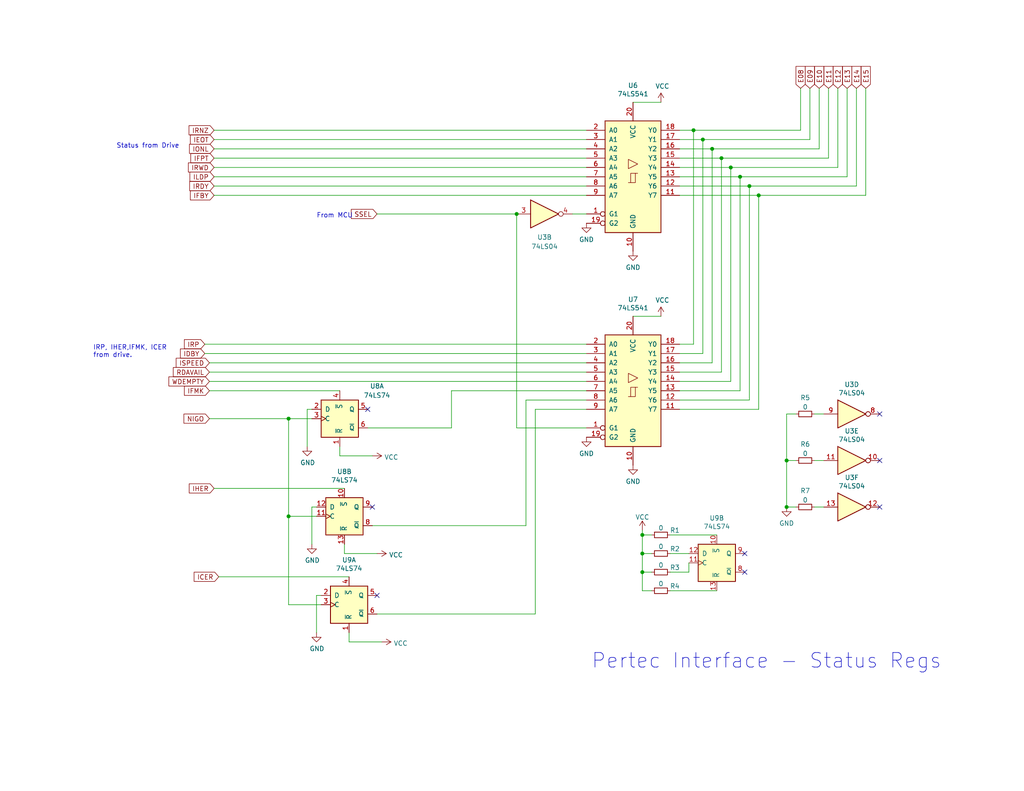
<source format=kicad_sch>
(kicad_sch (version 20211123) (generator eeschema)
  (paper "A")
  (title_block (title "Pertec Controller - Status Registers") (date "2022-10-24") (rev "0.2"))
  (lib_symbols
    (symbol "74xx:74LS04"
      (property "Reference" "U" (at 0 1.27 0))
      (property "Value" "74LS04" (at 0 -1.27 0))
      (symbol "74LS04_1_0"
        (polyline (pts (xy -3.81 3.81) (xy -3.81 -3.81) (xy 3.81 0) (xy -3.81 3.81)) (stroke (width 0.254)) (fill (type background)))
        (pin input line (at -7.62 0 0) (length 3.81) (name "~") (number "1"))
        (pin output inverted (at 7.62 0 180) (length 3.81) (name "~") (number "2"))
      )
      (symbol "74LS04_2_0"
        (polyline (pts (xy -3.81 3.81) (xy -3.81 -3.81) (xy 3.81 0) (xy -3.81 3.81)) (stroke (width 0.254)) (fill (type background)))
        (pin input line (at -7.62 0 0) (length 3.81) (name "~") (number "3"))
        (pin output inverted (at 7.62 0 180) (length 3.81) (name "~") (number "4"))
      )
      (symbol "74LS04_3_0"
        (polyline (pts (xy -3.81 3.81) (xy -3.81 -3.81) (xy 3.81 0) (xy -3.81 3.81)) (stroke (width 0.254)) (fill (type background)))
        (pin input line (at -7.62 0 0) (length 3.81) (name "~") (number "5"))
        (pin output inverted (at 7.62 0 180) (length 3.81) (name "~") (number "6"))
      )
      (symbol "74LS04_4_0"
        (polyline (pts (xy -3.81 3.81) (xy -3.81 -3.81) (xy 3.81 0) (xy -3.81 3.81)) (stroke (width 0.254)) (fill (type background)))
        (pin output inverted (at 7.62 0 180) (length 3.81) (name "~") (number "8"))
        (pin input line (at -7.62 0 0) (length 3.81) (name "~") (number "9"))
      )
      (symbol "74LS04_5_0"
        (polyline (pts (xy -3.81 3.81) (xy -3.81 -3.81) (xy 3.81 0) (xy -3.81 3.81)) (stroke (width 0.254)) (fill (type background)))
        (pin output inverted (at 7.62 0 180) (length 3.81) (name "~") (number "10"))
        (pin input line (at -7.62 0 0) (length 3.81) (name "~") (number "11"))
      )
      (symbol "74LS04_6_0"
        (polyline (pts (xy -3.81 3.81) (xy -3.81 -3.81) (xy 3.81 0) (xy -3.81 3.81)) (stroke (width 0.254)) (fill (type background)))
        (pin output inverted (at 7.62 0 180) (length 3.81) (name "~") (number "12"))
        (pin input line (at -7.62 0 0) (length 3.81) (name "~") (number "13"))
      )
      (symbol "74LS04_7_0"
        (pin power_in line (at 0 12.7 270) (length 5.08) (name "VCC") (number "14"))
        (pin power_in line (at 0 -12.7 90) (length 5.08) (name "GND") (number "7"))
      )
      (symbol "74LS04_7_1"
        (rectangle (start -5.08 7.62) (end 5.08 -7.62) (stroke (width 0.254)) (fill (type background)))
      )
    )
    (symbol "74xx:74LS541" (pin_names (offset 1.016))
      (property "Reference" "U" (at -7.62 16.51 0))
      (property "Value" "74LS541" (at -7.62 -16.51 0))
      (symbol "74LS541_1_0"
        (polyline (pts (xy -0.635 -1.6002) (xy -0.635 0.9398) (xy 0.635 0.9398)))
        (polyline (pts (xy -1.27 -1.6002) (xy 0.635 -1.6002) (xy 0.635 0.9398) (xy 1.27 0.9398)))
        (polyline (pts (xy 1.27 3.4798) (xy -1.27 4.7498) (xy -1.27 2.2098) (xy 1.27 3.4798)) (stroke (width 0.1524)))
        (pin input inverted (at -12.7 -10.16 0) (length 5.08) (name "G1") (number "1"))
        (pin power_in line (at 0 -20.32 90) (length 5.08) (name "GND") (number "10"))
        (pin tri_state line (at 12.7 -5.08 180) (length 5.08) (name "Y7") (number "11"))
        (pin tri_state line (at 12.7 -2.54 180) (length 5.08) (name "Y6") (number "12"))
        (pin tri_state line (at 12.7 0 180) (length 5.08) (name "Y5") (number "13"))
        (pin tri_state line (at 12.7 2.54 180) (length 5.08) (name "Y4") (number "14"))
        (pin tri_state line (at 12.7 5.08 180) (length 5.08) (name "Y3") (number "15"))
        (pin tri_state line (at 12.7 7.62 180) (length 5.08) (name "Y2") (number "16"))
        (pin tri_state line (at 12.7 10.16 180) (length 5.08) (name "Y1") (number "17"))
        (pin tri_state line (at 12.7 12.7 180) (length 5.08) (name "Y0") (number "18"))
        (pin input inverted (at -12.7 -12.7 0) (length 5.08) (name "G2") (number "19"))
        (pin input line (at -12.7 12.7 0) (length 5.08) (name "A0") (number "2"))
        (pin power_in line (at 0 20.32 270) (length 5.08) (name "VCC") (number "20"))
        (pin input line (at -12.7 10.16 0) (length 5.08) (name "A1") (number "3"))
        (pin input line (at -12.7 7.62 0) (length 5.08) (name "A2") (number "4"))
        (pin input line (at -12.7 5.08 0) (length 5.08) (name "A3") (number "5"))
        (pin input line (at -12.7 2.54 0) (length 5.08) (name "A4") (number "6"))
        (pin input line (at -12.7 0 0) (length 5.08) (name "A5") (number "7"))
        (pin input line (at -12.7 -2.54 0) (length 5.08) (name "A6") (number "8"))
        (pin input line (at -12.7 -5.08 0) (length 5.08) (name "A7") (number "9"))
      )
      (symbol "74LS541_1_1"
        (rectangle (start -7.62 15.24) (end 7.62 -15.24) (stroke (width 0.254)) (fill (type background)))
      )
    )
    (symbol "74xx:74LS74" (pin_names (offset 1.016))
      (property "Reference" "U" (at -7.62 8.89 0))
      (property "Value" "74LS74" (at -7.62 -8.89 0))
      (symbol "74LS74_1_0"
        (pin input line (at 0 -7.62 90) (length 2.54) (name "~{R}") (number "1"))
        (pin input line (at -7.62 2.54 0) (length 2.54) (name "D") (number "2"))
        (pin input clock (at -7.62 0 0) (length 2.54) (name "C") (number "3"))
        (pin input line (at 0 7.62 270) (length 2.54) (name "~{S}") (number "4"))
        (pin output line (at 7.62 2.54 180) (length 2.54) (name "Q") (number "5"))
        (pin output line (at 7.62 -2.54 180) (length 2.54) (name "~{Q}") (number "6"))
      )
      (symbol "74LS74_1_1"
        (rectangle (start -5.08 5.08) (end 5.08 -5.08) (stroke (width 0.254)) (fill (type background)))
      )
      (symbol "74LS74_2_0"
        (pin input line (at 0 7.62 270) (length 2.54) (name "~{S}") (number "10"))
        (pin input clock (at -7.62 0 0) (length 2.54) (name "C") (number "11"))
        (pin input line (at -7.62 2.54 0) (length 2.54) (name "D") (number "12"))
        (pin input line (at 0 -7.62 90) (length 2.54) (name "~{R}") (number "13"))
        (pin output line (at 7.62 -2.54 180) (length 2.54) (name "~{Q}") (number "8"))
        (pin output line (at 7.62 2.54 180) (length 2.54) (name "Q") (number "9"))
      )
      (symbol "74LS74_2_1"
        (rectangle (start -5.08 5.08) (end 5.08 -5.08) (stroke (width 0.254)) (fill (type background)))
      )
      (symbol "74LS74_3_0"
        (pin power_in line (at 0 10.16 270) (length 2.54) (name "VCC") (number "14"))
        (pin power_in line (at 0 -10.16 90) (length 2.54) (name "GND") (number "7"))
      )
      (symbol "74LS74_3_1"
        (rectangle (start -5.08 7.62) (end 5.08 -7.62) (stroke (width 0.254)) (fill (type background)))
      )
    )
    (symbol "Device:R_Small" (pin_numbers hide) (pin_names (offset 0.254) hide)
      (property "Reference" "R" (at 0.762 0.508 0))
      (property "Value" "R_Small" (at 0.762 -1.016 0))
      (symbol "R_Small_0_1"
        (rectangle (start -0.762 1.778) (end 0.762 -1.778) (stroke (width 0.2032)))
      )
      (symbol "R_Small_1_1"
        (pin passive line (at 0 2.54 270) (length 0.762) (name "~") (number "1"))
        (pin passive line (at 0 -2.54 90) (length 0.762) (name "~") (number "2"))
      )
    )
    (symbol "power:GND" (power) (pin_names (offset 0))
      (property "Value" "GND" (at 0 -3.81 0))
      (symbol "GND_0_1"
        (polyline (pts (xy 0 0) (xy 0 -1.27) (xy 1.27 -1.27) (xy 0 -2.54) (xy -1.27 -1.27) (xy 0 -1.27)))
      )
      (symbol "GND_1_1"
        (pin power_in line (at 0 0 270) (length 0) hide (name "GND") (number "1"))
      )
    )
    (symbol "power:VCC" (power) (pin_names (offset 0))
      (property "Value" "VCC" (at 0 3.81 0))
      (symbol "VCC_0_1"
        (polyline (pts (xy -0.762 1.27) (xy 0 2.54)))
        (polyline (pts (xy 0 0) (xy 0 2.54)))
        (polyline (pts (xy 0 2.54) (xy 0.762 1.27)))
      )
      (symbol "VCC_1_1"
        (pin power_in line (at 0 0 90) (length 0) hide (name "VCC") (number "1"))
      )
    )
  )
  (junction (at 78.74 140.97))
  (junction (at 214.63 138.43))
  (junction (at 78.74 114.3))
  (junction (at 175.26 156.21))
  (junction (at 175.26 146.05))
  (junction (at 189.23 35.56))
  (junction (at 207.01 53.34))
  (junction (at 201.93 48.26))
  (junction (at 204.47 50.8))
  (junction (at 140.97 58.42))
  (junction (at 175.26 151.13))
  (junction (at 191.77 38.1))
  (junction (at 199.39 45.72))
  (junction (at 196.85 43.18))
  (junction (at 214.63 125.73))
  (junction (at 194.31 40.64))
  (no_connect (at 203.2 151.13))
  (no_connect (at 203.2 156.21))
  (no_connect (at 102.87 162.56))
  (no_connect (at 240.03 138.43))
  (no_connect (at 240.03 125.73))
  (no_connect (at 240.03 113.03))
  (no_connect (at 101.6 138.43))
  (no_connect (at 100.33 111.76))
  (wire (pts (xy 185.42 38.1) (xy 191.77 38.1)))
  (wire (pts (xy 222.25 138.43) (xy 224.79 138.43)))
  (wire (pts (xy 189.23 93.98) (xy 189.23 35.56)))
  (wire (pts (xy 185.42 104.14) (xy 199.39 104.14)))
  (wire (pts (xy 95.25 172.72) (xy 95.25 175.26)))
  (wire (pts (xy 146.05 111.76) (xy 160.02 111.76)))
  (wire (pts (xy 185.42 35.56) (xy 189.23 35.56)))
  (wire (pts (xy 175.26 146.05) (xy 177.8 146.05)))
  (wire (pts (xy 143.51 143.51) (xy 143.51 109.22)))
  (wire (pts (xy 175.26 161.29) (xy 177.8 161.29)))
  (wire (pts (xy 86.36 138.43) (xy 85.09 138.43)))
  (wire (pts (xy 156.21 58.42) (xy 160.02 58.42)))
  (wire (pts (xy 58.42 45.72) (xy 160.02 45.72)))
  (wire (pts (xy 85.09 111.76) (xy 83.82 111.76)))
  (wire (pts (xy 196.85 43.18) (xy 226.06 43.18)))
  (wire (pts (xy 102.87 58.42) (xy 140.97 58.42)))
  (wire (pts (xy 57.15 104.14) (xy 160.02 104.14)))
  (wire (pts (xy 175.26 156.21) (xy 177.8 156.21)))
  (wire (pts (xy 226.06 43.18) (xy 226.06 24.13)))
  (wire (pts (xy 175.26 151.13) (xy 175.26 156.21)))
  (wire (pts (xy 185.42 106.68) (xy 201.93 106.68)))
  (wire (pts (xy 207.01 111.76) (xy 207.01 53.34)))
  (wire (pts (xy 87.63 165.1) (xy 78.74 165.1)))
  (wire (pts (xy 78.74 140.97) (xy 78.74 114.3)))
  (wire (pts (xy 194.31 99.06) (xy 194.31 40.64)))
  (wire (pts (xy 185.42 43.18) (xy 196.85 43.18)))
  (wire (pts (xy 92.71 121.92) (xy 92.71 124.46)))
  (wire (pts (xy 185.42 109.22) (xy 204.47 109.22)))
  (wire (pts (xy 58.42 48.26) (xy 160.02 48.26)))
  (wire (pts (xy 185.42 96.52) (xy 191.77 96.52)))
  (wire (pts (xy 191.77 96.52) (xy 191.77 38.1)))
  (wire (pts (xy 78.74 114.3) (xy 85.09 114.3)))
  (wire (pts (xy 58.42 50.8) (xy 160.02 50.8)))
  (wire (pts (xy 58.42 40.64) (xy 160.02 40.64)))
  (wire (pts (xy 214.63 138.43) (xy 214.63 125.73)))
  (wire (pts (xy 58.42 38.1) (xy 160.02 38.1)))
  (wire (pts (xy 187.96 156.21) (xy 182.88 156.21)))
  (wire (pts (xy 196.85 101.6) (xy 196.85 43.18)))
  (wire (pts (xy 204.47 109.22) (xy 204.47 50.8)))
  (wire (pts (xy 101.6 143.51) (xy 143.51 143.51)))
  (wire (pts (xy 172.72 27.94) (xy 180.34 27.94)))
  (wire (pts (xy 172.72 86.36) (xy 180.34 86.36)))
  (wire (pts (xy 214.63 113.03) (xy 217.17 113.03)))
  (wire (pts (xy 204.47 50.8) (xy 233.68 50.8)))
  (wire (pts (xy 140.97 58.42) (xy 140.97 116.84)))
  (wire (pts (xy 236.22 53.34) (xy 236.22 24.13)))
  (wire (pts (xy 222.25 113.03) (xy 224.79 113.03)))
  (wire (pts (xy 199.39 104.14) (xy 199.39 45.72)))
  (wire (pts (xy 86.36 140.97) (xy 78.74 140.97)))
  (wire (pts (xy 220.98 38.1) (xy 220.98 24.13)))
  (wire (pts (xy 182.88 161.29) (xy 195.58 161.29)))
  (wire (pts (xy 185.42 50.8) (xy 204.47 50.8)))
  (wire (pts (xy 194.31 40.64) (xy 223.52 40.64)))
  (wire (pts (xy 231.14 48.26) (xy 231.14 24.13)))
  (wire (pts (xy 191.77 38.1) (xy 220.98 38.1)))
  (wire (pts (xy 86.36 162.56) (xy 86.36 172.72)))
  (wire (pts (xy 199.39 45.72) (xy 228.6 45.72)))
  (wire (pts (xy 85.09 138.43) (xy 85.09 148.59)))
  (wire (pts (xy 185.42 53.34) (xy 207.01 53.34)))
  (wire (pts (xy 187.96 153.67) (xy 187.96 156.21)))
  (wire (pts (xy 189.23 35.56) (xy 218.44 35.56)))
  (wire (pts (xy 214.63 125.73) (xy 217.17 125.73)))
  (wire (pts (xy 182.88 146.05) (xy 195.58 146.05)))
  (wire (pts (xy 201.93 48.26) (xy 231.14 48.26)))
  (wire (pts (xy 93.98 151.13) (xy 102.87 151.13)))
  (wire (pts (xy 175.26 146.05) (xy 175.26 151.13)))
  (wire (pts (xy 58.42 35.56) (xy 160.02 35.56)))
  (wire (pts (xy 214.63 125.73) (xy 214.63 113.03)))
  (wire (pts (xy 92.71 124.46) (xy 101.6 124.46)))
  (wire (pts (xy 201.93 106.68) (xy 201.93 48.26)))
  (wire (pts (xy 185.42 45.72) (xy 199.39 45.72)))
  (wire (pts (xy 123.19 106.68) (xy 160.02 106.68)))
  (wire (pts (xy 143.51 109.22) (xy 160.02 109.22)))
  (wire (pts (xy 55.88 96.52) (xy 160.02 96.52)))
  (wire (pts (xy 57.15 101.6) (xy 160.02 101.6)))
  (wire (pts (xy 233.68 50.8) (xy 233.68 24.13)))
  (wire (pts (xy 78.74 165.1) (xy 78.74 140.97)))
  (wire (pts (xy 83.82 111.76) (xy 83.82 121.92)))
  (wire (pts (xy 214.63 138.43) (xy 217.17 138.43)))
  (wire (pts (xy 87.63 162.56) (xy 86.36 162.56)))
  (wire (pts (xy 123.19 116.84) (xy 123.19 106.68)))
  (wire (pts (xy 93.98 148.59) (xy 93.98 151.13)))
  (wire (pts (xy 100.33 116.84) (xy 123.19 116.84)))
  (wire (pts (xy 222.25 125.73) (xy 224.79 125.73)))
  (wire (pts (xy 59.69 157.48) (xy 95.25 157.48)))
  (wire (pts (xy 223.52 24.13) (xy 223.52 40.64)))
  (wire (pts (xy 58.42 53.34) (xy 160.02 53.34)))
  (wire (pts (xy 185.42 40.64) (xy 194.31 40.64)))
  (wire (pts (xy 175.26 156.21) (xy 175.26 161.29)))
  (wire (pts (xy 146.05 167.64) (xy 146.05 111.76)))
  (wire (pts (xy 58.42 133.35) (xy 93.98 133.35)))
  (wire (pts (xy 175.26 151.13) (xy 177.8 151.13)))
  (wire (pts (xy 185.42 99.06) (xy 194.31 99.06)))
  (wire (pts (xy 207.01 53.34) (xy 236.22 53.34)))
  (wire (pts (xy 57.15 106.68) (xy 92.71 106.68)))
  (wire (pts (xy 140.97 116.84) (xy 160.02 116.84)))
  (wire (pts (xy 185.42 111.76) (xy 207.01 111.76)))
  (wire (pts (xy 57.15 99.06) (xy 160.02 99.06)))
  (wire (pts (xy 185.42 48.26) (xy 201.93 48.26)))
  (wire (pts (xy 160.02 93.98) (xy 55.88 93.98)))
  (wire (pts (xy 218.44 35.56) (xy 218.44 24.13)))
  (wire (pts (xy 102.87 167.64) (xy 146.05 167.64)))
  (wire (pts (xy 185.42 93.98) (xy 189.23 93.98)))
  (wire (pts (xy 95.25 175.26) (xy 104.14 175.26)))
  (wire (pts (xy 182.88 151.13) (xy 187.96 151.13)))
  (wire (pts (xy 58.42 43.18) (xy 160.02 43.18)))
  (wire (pts (xy 57.15 114.3) (xy 78.74 114.3)))
  (wire (pts (xy 175.26 144.78) (xy 175.26 146.05)))
  (wire (pts (xy 228.6 45.72) (xy 228.6 24.13)))
  (wire (pts (xy 185.42 101.6) (xy 196.85 101.6)))
  (text "Status from Drive" (at 31.75 40.64 0) (effects (font (size 1.27 1.27)) (justify left bottom)))
  (text "IRP, IHER,IFMK, ICER\nfrom drive." (at 25.4 97.79 0) (effects (font (size 1.27 1.27)) (justify left bottom)))
  (text "Pertec Interface - Status Regs" (at 161.29 182.88 0) (effects (font (size 3.9878 3.9878)) (justify left bottom)))
  (text "From MCU" (at 86.36 59.69 0) (effects (font (size 1.27 1.27)) (justify left bottom)))
  (global_label "IFMK" (shape input) (at 57.15 106.68 180) (property "Intersheet References" "${INTERSHEET_REFS}" (effects hide)))
  (global_label "WDEMPTY" (shape input) (at 57.15 104.14 180) (property "Intersheet References" "${INTERSHEET_REFS}" (effects hide)))
  (global_label "ICER" (shape input) (at 59.69 157.48 180) (property "Intersheet References" "${INTERSHEET_REFS}" (effects hide)))
  (global_label "IEOT" (shape input) (at 58.42 38.1 180) (property "Intersheet References" "${INTERSHEET_REFS}" (effects hide)))
  (global_label "E11" (shape input) (at 226.06 24.13 90) (property "Intersheet References" "${INTERSHEET_REFS}" (effects hide)))
  (global_label "ILDP" (shape input) (at 58.42 48.26 180) (property "Intersheet References" "${INTERSHEET_REFS}" (effects hide)))
  (global_label "IRP" (shape input) (at 55.88 93.98 180) (property "Intersheet References" "${INTERSHEET_REFS}" (effects hide)))
  (global_label "E10" (shape input) (at 223.52 24.13 90) (property "Intersheet References" "${INTERSHEET_REFS}" (effects hide)))
  (global_label "E08" (shape input) (at 218.44 24.13 90) (property "Intersheet References" "${INTERSHEET_REFS}" (effects hide)))
  (global_label "NIGO" (shape input) (at 57.15 114.3 180) (property "Intersheet References" "${INTERSHEET_REFS}" (effects hide)))
  (global_label "IDBY" (shape input) (at 55.88 96.52 180) (property "Intersheet References" "${INTERSHEET_REFS}" (effects hide)))
  (global_label "SSEL" (shape input) (at 102.87 58.42 180) (property "Intersheet References" "${INTERSHEET_REFS}" (effects hide)))
  (global_label "E13" (shape input) (at 231.14 24.13 90) (property "Intersheet References" "${INTERSHEET_REFS}" (effects hide)))
  (global_label "ISPEED" (shape input) (at 57.15 99.06 180) (property "Intersheet References" "${INTERSHEET_REFS}" (effects hide)))
  (global_label "E12" (shape input) (at 228.6 24.13 90) (property "Intersheet References" "${INTERSHEET_REFS}" (effects hide)))
  (global_label "RDAVAIL" (shape input) (at 57.15 101.6 180) (property "Intersheet References" "${INTERSHEET_REFS}" (effects hide)))
  (global_label "IRWD" (shape input) (at 58.42 45.72 180) (property "Intersheet References" "${INTERSHEET_REFS}" (effects hide)))
  (global_label "IRDY" (shape input) (at 58.42 50.8 180) (property "Intersheet References" "${INTERSHEET_REFS}" (effects hide)))
  (global_label "IFBY" (shape input) (at 58.42 53.34 180) (property "Intersheet References" "${INTERSHEET_REFS}" (effects hide)))
  (global_label "IRNZ" (shape input) (at 58.42 35.56 180) (property "Intersheet References" "${INTERSHEET_REFS}" (effects hide)))
  (global_label "E09" (shape input) (at 220.98 24.13 90) (property "Intersheet References" "${INTERSHEET_REFS}" (effects hide)))
  (global_label "E14" (shape input) (at 233.68 24.13 90) (property "Intersheet References" "${INTERSHEET_REFS}" (effects hide)))
  (global_label "IHER" (shape input) (at 58.42 133.35 180) (property "Intersheet References" "${INTERSHEET_REFS}" (effects hide)))
  (global_label "IONL" (shape input) (at 58.42 40.64 180) (property "Intersheet References" "${INTERSHEET_REFS}" (effects hide)))
  (global_label "E15" (shape input) (at 236.22 24.13 90) (property "Intersheet References" "${INTERSHEET_REFS}" (effects hide)))
  (global_label "IFPT" (shape input) (at 58.42 43.18 180) (property "Intersheet References" "${INTERSHEET_REFS}" (effects hide)))
  (symbol (lib_id "74xx:74LS541") (at 172.72 48.26 0) (unit 1)
    (property "Reference" "U6" (at 172.72 23.3426 0))
    (property "Value" "74LS541" (at 172.72 25.654 0))
    (property "Footprint" "Package_DIP:DIP-20_W7.62mm_Socket" (effects hide))
    (property "Datasheet" "http://www.ti.com/lit/gpn/sn74LS541" (effects hide))
  )
  (symbol (lib_id "power:VCC") (at 180.34 27.94 0) (unit 1)
    (property "Reference" "#PWR0111" (effects hide))
    (property "Value" "VCC" (at 180.721 23.5458 0))
  )
  (symbol (lib_id "74xx:74LS541") (at 172.72 106.68 0) (unit 1)
    (property "Reference" "U7" (at 172.72 81.7626 0))
    (property "Value" "74LS541" (at 172.72 84.074 0))
    (property "Footprint" "Package_DIP:DIP-20_W7.62mm_Socket" (effects hide))
    (property "Datasheet" "http://www.ti.com/lit/gpn/sn74LS541" (effects hide))
  )
  (symbol (lib_id "74xx:74LS04") (at 148.59 58.42 0) (unit 2)
    (property "Reference" "U3" (at 148.59 64.77 0))
    (property "Value" "74LS04" (at 148.59 67.31 0))
    (property "Footprint" "Package_DIP:DIP-14_W7.62mm" (effects hide))
    (property "Datasheet" "http://www.ti.com/lit/gpn/sn74LS04" (effects hide))
  )
  (symbol (lib_id "power:VCC") (at 180.34 86.36 0) (unit 1)
    (property "Reference" "#PWR0114" (effects hide))
    (property "Value" "VCC" (at 180.721 81.9658 0))
  )
  (symbol (lib_id "power:GND") (at 83.82 121.92 0) (unit 1)
    (property "Reference" "#PWR0116" (effects hide))
    (property "Value" "GND" (at 83.947 126.3142 0))
  )
  (symbol (lib_id "power:VCC") (at 101.6 124.46 270) (unit 1)
    (property "Reference" "#PWR0117" (effects hide))
    (property "Value" "VCC" (at 104.8512 124.841 90) (effects (justify left)))
  )
  (symbol (lib_id "74xx:74LS74") (at 92.71 114.3 0) (unit 1)
    (property "Reference" "U8" (at 102.87 105.41 0))
    (property "Value" "74LS74" (at 102.87 107.95 0))
    (property "Footprint" "Package_DIP:DIP-14_W7.62mm" (effects hide))
    (property "Datasheet" "74xx/74hc_hct74.pdf" (effects hide))
  )
  (symbol (lib_id "74xx:74LS74") (at 93.98 140.97 0) (unit 2)
    (property "Reference" "U8" (at 93.98 128.7526 0))
    (property "Value" "74LS74" (at 93.98 131.064 0))
    (property "Footprint" "Package_DIP:DIP-14_W7.62mm" (effects hide))
    (property "Datasheet" "74xx/74hc_hct74.pdf" (effects hide))
  )
  (symbol (lib_id "power:GND") (at 85.09 148.59 0) (unit 1)
    (property "Reference" "#PWR0118" (effects hide))
    (property "Value" "GND" (at 85.217 152.9842 0))
  )
  (symbol (lib_id "power:VCC") (at 102.87 151.13 270) (unit 1)
    (property "Reference" "#PWR0119" (effects hide))
    (property "Value" "VCC" (at 106.1212 151.511 90) (effects (justify left)))
  )
  (symbol (lib_id "74xx:74LS74") (at 95.25 165.1 0) (unit 1)
    (property "Reference" "U9" (at 95.25 152.8826 0))
    (property "Value" "74LS74" (at 95.25 155.194 0))
    (property "Footprint" "Package_DIP:DIP-14_W7.62mm" (effects hide))
    (property "Datasheet" "74xx/74hc_hct74.pdf" (effects hide))
  )
  (symbol (lib_id "power:GND") (at 86.36 172.72 0) (unit 1)
    (property "Reference" "#PWR0120" (effects hide))
    (property "Value" "GND" (at 86.487 177.1142 0))
  )
  (symbol (lib_id "power:VCC") (at 104.14 175.26 270) (unit 1)
    (property "Reference" "#PWR0159" (effects hide))
    (property "Value" "VCC" (at 107.3912 175.641 90) (effects (justify left)))
  )
  (symbol (lib_id "74xx:74LS04") (at 232.41 113.03 0) (unit 4)
    (property "Reference" "U3" (at 232.41 104.9782 0))
    (property "Value" "74LS04" (at 232.41 107.2896 0))
    (property "Footprint" "Package_DIP:DIP-14_W7.62mm" (effects hide))
    (property "Datasheet" "http://www.ti.com/lit/gpn/sn74LS04" (effects hide))
  )
  (symbol (lib_id "74xx:74LS04") (at 232.41 125.73 0) (unit 5)
    (property "Reference" "U3" (at 232.41 117.6782 0))
    (property "Value" "74LS04" (at 232.41 119.9896 0))
    (property "Footprint" "Package_DIP:DIP-14_W7.62mm" (effects hide))
    (property "Datasheet" "http://www.ti.com/lit/gpn/sn74LS04" (effects hide))
  )
  (symbol (lib_id "74xx:74LS04") (at 232.41 138.43 0) (unit 6)
    (property "Reference" "U3" (at 232.41 130.3782 0))
    (property "Value" "74LS04" (at 232.41 132.6896 0))
    (property "Footprint" "Package_DIP:DIP-14_W7.62mm" (effects hide))
    (property "Datasheet" "http://www.ti.com/lit/gpn/sn74LS04" (effects hide))
  )
  (symbol (lib_id "74xx:74LS74") (at 195.58 153.67 0) (unit 2)
    (property "Reference" "U9" (at 195.58 141.4526 0))
    (property "Value" "74LS74" (at 195.58 143.764 0))
    (property "Footprint" "Package_DIP:DIP-14_W7.62mm" (effects hide))
    (property "Datasheet" "74xx/74hc_hct74.pdf" (effects hide))
  )
  (symbol (lib_id "power:GND") (at 214.63 138.43 0) (unit 1)
    (property "Reference" "#PWR0131" (effects hide))
    (property "Value" "GND" (at 214.63 142.8734 0))
  )
  (symbol (lib_id "Device:R_Small") (at 219.71 125.73 270) (unit 1)
    (property "Reference" "R6" (at 219.71 121.2936 90))
    (property "Value" "0" (at 219.71 123.8305 90))
  )
  (symbol (lib_id "power:VCC") (at 175.26 144.78 0) (unit 1)
    (property "Reference" "#PWR06" (effects hide))
    (property "Value" "VCC" (at 175.26 141.2042 0))
  )
  (symbol (lib_id "power:GND") (at 160.02 119.38 0) (unit 1)
    (property "Reference" "#PWR0130" (effects hide))
    (property "Value" "GND" (at 160.02 123.8234 0))
  )
  (symbol (lib_id "power:GND") (at 160.02 60.96 0) (unit 1)
    (property "Reference" "#PWR0115" (effects hide))
    (property "Value" "GND" (at 160.02 65.4034 0))
  )
  (symbol (lib_id "Device:R_Small") (at 219.71 113.03 270) (unit 1)
    (property "Reference" "R5" (at 219.71 108.5936 90))
    (property "Value" "0" (at 219.71 111.1305 90))
  )
  (symbol (lib_id "power:GND") (at 172.72 127 0) (unit 1)
    (property "Reference" "#PWR0134" (effects hide))
    (property "Value" "GND" (at 172.72 131.4434 0))
  )
  (symbol (lib_id "Device:R_Small") (at 180.34 146.05 90) (unit 1)
    (property "Reference" "R1" (at 184.15 144.78 90))
    (property "Value" "0" (at 180.34 144.1505 90))
  )
  (symbol (lib_id "Device:R_Small") (at 180.34 156.21 270) (unit 1)
    (property "Reference" "R3" (at 184.15 154.94 90))
    (property "Value" "0" (at 180.34 154.3105 90))
  )
  (symbol (lib_id "Device:R_Small") (at 180.34 161.29 270) (unit 1)
    (property "Reference" "R4" (at 184.15 160.02 90))
    (property "Value" "0" (at 180.34 159.3905 90))
  )
  (symbol (lib_id "Device:R_Small") (at 180.34 151.13 270) (unit 1)
    (property "Reference" "R2" (at 184.15 149.86 90))
    (property "Value" "0" (at 180.34 149.2305 90))
  )
  (symbol (lib_id "power:GND") (at 172.72 68.58 0) (unit 1)
    (property "Reference" "#PWR0113" (effects hide))
    (property "Value" "GND" (at 172.72 73.0234 0))
  )
  (symbol (lib_id "Device:R_Small") (at 219.71 138.43 90) (unit 1)
    (property "Reference" "R7" (at 219.71 133.9936 90))
    (property "Value" "0" (at 219.71 136.5305 90))
  )
)
</source>
